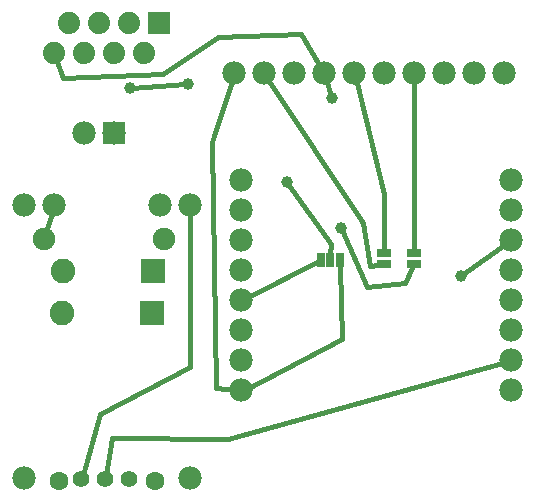
<source format=gbl>
G04 MADE WITH FRITZING*
G04 WWW.FRITZING.ORG*
G04 DOUBLE SIDED*
G04 HOLES PLATED*
G04 CONTOUR ON CENTER OF CONTOUR VECTOR*
%ASAXBY*%
%FSLAX23Y23*%
%MOIN*%
%OFA0B0*%
%SFA1.0B1.0*%
%ADD10C,0.039370*%
%ADD11C,0.062992*%
%ADD12C,0.055118*%
%ADD13C,0.074000*%
%ADD14C,0.078000*%
%ADD15C,0.077778*%
%ADD16C,0.075000*%
%ADD17C,0.082000*%
%ADD18R,0.025000X0.050000*%
%ADD19R,0.050000X0.025000*%
%ADD20R,0.082000X0.082000*%
%ADD21R,0.078000X0.078000*%
%ADD22C,0.016000*%
%ADD23R,0.001000X0.001000*%
%LNCOPPER0*%
G90*
G70*
G54D10*
X963Y1056D03*
X1144Y904D03*
X1112Y1337D03*
X1544Y744D03*
X440Y1369D03*
X632Y1385D03*
G54D11*
X523Y62D03*
X204Y62D03*
G54D12*
X436Y66D03*
X357Y67D03*
X278Y66D03*
G54D13*
X187Y1487D03*
X237Y1587D03*
X287Y1487D03*
X387Y1487D03*
X487Y1487D03*
X337Y1587D03*
X437Y1587D03*
X537Y1587D03*
G54D14*
X1488Y1421D03*
X1388Y1421D03*
X1288Y1421D03*
X1187Y1421D03*
X1088Y1421D03*
X988Y1421D03*
X888Y1421D03*
X788Y1421D03*
X1687Y1421D03*
X1587Y1421D03*
X88Y72D03*
X639Y72D03*
X88Y981D03*
X188Y981D03*
X539Y981D03*
X639Y981D03*
G54D15*
X811Y1063D03*
X811Y963D03*
X811Y863D03*
X811Y763D03*
X811Y663D03*
X811Y563D03*
X811Y463D03*
X811Y363D03*
X1711Y363D03*
X1711Y463D03*
X1711Y563D03*
X1711Y663D03*
X1711Y763D03*
X1711Y863D03*
X1711Y963D03*
X1711Y1063D03*
G54D16*
X153Y868D03*
X553Y868D03*
X153Y868D03*
X553Y868D03*
G54D17*
X516Y760D03*
X218Y760D03*
X516Y760D03*
X218Y760D03*
X512Y621D03*
X214Y621D03*
X512Y621D03*
X214Y621D03*
G54D14*
X388Y1221D03*
X288Y1221D03*
G54D18*
X1076Y798D03*
X1108Y798D03*
X1140Y798D03*
G54D19*
X1388Y785D03*
X1388Y821D03*
X1288Y785D03*
X1288Y821D03*
G54D20*
X517Y760D03*
X517Y760D03*
X513Y621D03*
X513Y621D03*
G54D21*
X388Y1221D03*
G54D22*
X1109Y851D02*
X1108Y817D01*
D02*
X968Y1049D02*
X1109Y851D01*
D02*
X1388Y1402D02*
X1388Y828D01*
D02*
X158Y885D02*
X182Y962D01*
D02*
X827Y671D02*
X1069Y794D01*
D02*
X1286Y1018D02*
X1288Y828D01*
D02*
X1192Y1402D02*
X1286Y1018D01*
D02*
X1147Y897D02*
X1231Y706D01*
D02*
X1231Y706D02*
X1355Y719D01*
D02*
X1355Y719D02*
X1384Y778D01*
D02*
X193Y1468D02*
X215Y1405D01*
D02*
X215Y1405D02*
X551Y1417D01*
D02*
X551Y1417D02*
X733Y1539D01*
D02*
X733Y1539D02*
X1011Y1550D01*
D02*
X1011Y1550D02*
X1078Y1437D01*
D02*
X1110Y1344D02*
X1093Y1402D01*
D02*
X1696Y853D02*
X1550Y749D01*
D02*
X448Y1369D02*
X624Y1384D01*
D02*
X1268Y782D02*
X1240Y777D01*
X1240Y777D02*
X1215Y922D01*
D02*
X1215Y922D02*
X898Y1405D01*
D02*
X641Y442D02*
X639Y962D01*
D02*
X339Y285D02*
X641Y442D01*
D02*
X283Y81D02*
X339Y285D01*
D02*
X816Y361D02*
X828Y357D01*
D02*
X1146Y535D02*
X816Y361D01*
D02*
X1140Y778D02*
X1146Y535D01*
D02*
X726Y372D02*
X793Y365D01*
D02*
X714Y1192D02*
X726Y372D01*
D02*
X782Y1403D02*
X714Y1192D01*
D02*
X767Y202D02*
X1693Y458D01*
D02*
X360Y82D02*
X379Y203D01*
D02*
X379Y203D02*
X767Y202D01*
G54D23*
X501Y1623D02*
X574Y1623D01*
X501Y1622D02*
X574Y1622D01*
X501Y1621D02*
X574Y1621D01*
X501Y1620D02*
X574Y1620D01*
X501Y1619D02*
X574Y1619D01*
X501Y1618D02*
X574Y1618D01*
X501Y1617D02*
X574Y1617D01*
X501Y1616D02*
X574Y1616D01*
X501Y1615D02*
X574Y1615D01*
X501Y1614D02*
X574Y1614D01*
X501Y1613D02*
X574Y1613D01*
X501Y1612D02*
X574Y1612D01*
X501Y1611D02*
X574Y1611D01*
X501Y1610D02*
X574Y1610D01*
X501Y1609D02*
X574Y1609D01*
X501Y1608D02*
X574Y1608D01*
X501Y1607D02*
X574Y1607D01*
X501Y1606D02*
X532Y1606D01*
X542Y1606D02*
X574Y1606D01*
X501Y1605D02*
X529Y1605D01*
X545Y1605D02*
X574Y1605D01*
X501Y1604D02*
X527Y1604D01*
X547Y1604D02*
X574Y1604D01*
X501Y1603D02*
X525Y1603D01*
X549Y1603D02*
X574Y1603D01*
X501Y1602D02*
X524Y1602D01*
X550Y1602D02*
X574Y1602D01*
X501Y1601D02*
X523Y1601D01*
X551Y1601D02*
X574Y1601D01*
X501Y1600D02*
X522Y1600D01*
X552Y1600D02*
X574Y1600D01*
X501Y1599D02*
X521Y1599D01*
X553Y1599D02*
X574Y1599D01*
X501Y1598D02*
X520Y1598D01*
X554Y1598D02*
X574Y1598D01*
X501Y1597D02*
X520Y1597D01*
X555Y1597D02*
X574Y1597D01*
X501Y1596D02*
X519Y1596D01*
X555Y1596D02*
X574Y1596D01*
X501Y1595D02*
X519Y1595D01*
X556Y1595D02*
X574Y1595D01*
X501Y1594D02*
X518Y1594D01*
X556Y1594D02*
X574Y1594D01*
X501Y1593D02*
X518Y1593D01*
X556Y1593D02*
X574Y1593D01*
X501Y1592D02*
X518Y1592D01*
X557Y1592D02*
X574Y1592D01*
X501Y1591D02*
X517Y1591D01*
X557Y1591D02*
X574Y1591D01*
X501Y1590D02*
X517Y1590D01*
X557Y1590D02*
X574Y1590D01*
X501Y1589D02*
X517Y1589D01*
X557Y1589D02*
X574Y1589D01*
X501Y1588D02*
X517Y1588D01*
X557Y1588D02*
X574Y1588D01*
X501Y1587D02*
X517Y1587D01*
X557Y1587D02*
X574Y1587D01*
X501Y1586D02*
X517Y1586D01*
X557Y1586D02*
X574Y1586D01*
X501Y1585D02*
X517Y1585D01*
X557Y1585D02*
X574Y1585D01*
X501Y1584D02*
X517Y1584D01*
X557Y1584D02*
X574Y1584D01*
X501Y1583D02*
X517Y1583D01*
X557Y1583D02*
X574Y1583D01*
X501Y1582D02*
X518Y1582D01*
X557Y1582D02*
X574Y1582D01*
X501Y1581D02*
X518Y1581D01*
X556Y1581D02*
X574Y1581D01*
X501Y1580D02*
X518Y1580D01*
X556Y1580D02*
X574Y1580D01*
X501Y1579D02*
X519Y1579D01*
X556Y1579D02*
X574Y1579D01*
X501Y1578D02*
X519Y1578D01*
X555Y1578D02*
X574Y1578D01*
X501Y1577D02*
X520Y1577D01*
X555Y1577D02*
X574Y1577D01*
X501Y1576D02*
X520Y1576D01*
X554Y1576D02*
X574Y1576D01*
X501Y1575D02*
X521Y1575D01*
X553Y1575D02*
X574Y1575D01*
X501Y1574D02*
X522Y1574D01*
X552Y1574D02*
X574Y1574D01*
X501Y1573D02*
X523Y1573D01*
X552Y1573D02*
X574Y1573D01*
X501Y1572D02*
X524Y1572D01*
X550Y1572D02*
X574Y1572D01*
X501Y1571D02*
X525Y1571D01*
X549Y1571D02*
X574Y1571D01*
X501Y1570D02*
X527Y1570D01*
X548Y1570D02*
X574Y1570D01*
X501Y1569D02*
X529Y1569D01*
X546Y1569D02*
X574Y1569D01*
X501Y1568D02*
X532Y1568D01*
X543Y1568D02*
X574Y1568D01*
X501Y1567D02*
X574Y1567D01*
X501Y1566D02*
X574Y1566D01*
X501Y1565D02*
X574Y1565D01*
X501Y1564D02*
X574Y1564D01*
X501Y1563D02*
X574Y1563D01*
X501Y1562D02*
X574Y1562D01*
X501Y1561D02*
X574Y1561D01*
X501Y1560D02*
X574Y1560D01*
X501Y1559D02*
X574Y1559D01*
X501Y1558D02*
X574Y1558D01*
X501Y1557D02*
X574Y1557D01*
X501Y1556D02*
X574Y1556D01*
X501Y1555D02*
X574Y1555D01*
X501Y1554D02*
X574Y1554D01*
X501Y1553D02*
X574Y1553D01*
X501Y1552D02*
X574Y1552D01*
X501Y1551D02*
X574Y1551D01*
X501Y1550D02*
X573Y1550D01*
D02*
G04 End of Copper0*
M02*
</source>
